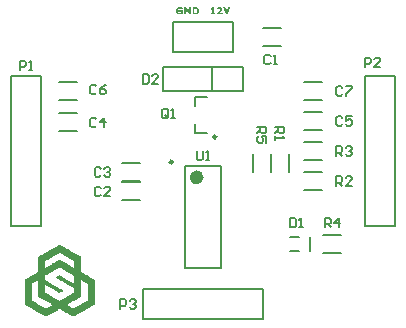
<source format=gto>
G04*
G04 #@! TF.GenerationSoftware,Altium Limited,Altium Designer,21.2.1 (34)*
G04*
G04 Layer_Color=65535*
%FSLAX25Y25*%
%MOIN*%
G70*
G04*
G04 #@! TF.SameCoordinates,9466BED1-F6BD-4CF9-8920-6B0B1F58636F*
G04*
G04*
G04 #@! TF.FilePolarity,Positive*
G04*
G01*
G75*
%ADD10C,0.00984*%
%ADD11C,0.02362*%
%ADD12C,0.00787*%
%ADD13C,0.00800*%
%ADD14C,0.00700*%
%ADD15C,0.00591*%
G36*
X-47688Y-81862D02*
X-47327D01*
Y-82043D01*
X-46967D01*
Y-82223D01*
X-46786D01*
Y-82403D01*
X-46426D01*
Y-82584D01*
X-46065D01*
Y-82764D01*
X-45704D01*
Y-82944D01*
X-45524D01*
Y-83125D01*
X-45164D01*
Y-83305D01*
X-44803D01*
Y-83485D01*
X-44442D01*
Y-83665D01*
X-44262D01*
Y-83846D01*
X-43902D01*
Y-84026D01*
X-43541D01*
Y-84206D01*
X-43361D01*
Y-84387D01*
X-43000D01*
Y-84567D01*
X-42639D01*
Y-84747D01*
X-42279D01*
Y-84927D01*
X-42099D01*
Y-85108D01*
X-41738D01*
Y-85288D01*
X-41377D01*
Y-85468D01*
X-41017D01*
Y-85649D01*
X-40836D01*
Y-85829D01*
X-40656D01*
Y-90877D01*
X-40295D01*
Y-91058D01*
X-40115D01*
Y-91238D01*
X-39755D01*
Y-91418D01*
X-39394D01*
Y-91598D01*
X-39214D01*
Y-91779D01*
X-38853D01*
Y-91959D01*
X-38493D01*
Y-92139D01*
X-38132D01*
Y-92320D01*
X-37952D01*
Y-92500D01*
X-37591D01*
Y-92680D01*
X-37231D01*
Y-92861D01*
X-36870D01*
Y-93041D01*
X-36690D01*
Y-93221D01*
X-36329D01*
Y-93401D01*
X-36149D01*
Y-101875D01*
X-36509D01*
Y-102056D01*
X-36870D01*
Y-102236D01*
X-37231D01*
Y-102416D01*
X-37411D01*
Y-102597D01*
X-37771D01*
Y-102777D01*
X-38132D01*
Y-102957D01*
X-38493D01*
Y-103138D01*
X-38673D01*
Y-103318D01*
X-39033D01*
Y-103498D01*
X-39394D01*
Y-103679D01*
X-39574D01*
Y-103859D01*
X-39935D01*
Y-104039D01*
X-40295D01*
Y-104219D01*
X-40656D01*
Y-104400D01*
X-40836D01*
Y-104580D01*
X-41197D01*
Y-104760D01*
X-41558D01*
Y-104941D01*
X-41918D01*
Y-105121D01*
X-42099D01*
Y-105301D01*
X-42459D01*
Y-105482D01*
X-42820D01*
Y-105662D01*
X-43180D01*
Y-105842D01*
X-43361D01*
Y-105662D01*
X-43721D01*
Y-105482D01*
X-43902D01*
Y-105301D01*
X-44262D01*
Y-105121D01*
X-44623D01*
Y-104941D01*
X-44803D01*
Y-104760D01*
X-45164D01*
Y-104580D01*
X-45524D01*
Y-104400D01*
X-45885D01*
Y-104219D01*
X-46065D01*
Y-104039D01*
X-46426D01*
Y-103859D01*
X-46786D01*
Y-103679D01*
X-47147D01*
Y-103498D01*
X-47327D01*
Y-103318D01*
X-47688D01*
Y-103138D01*
X-47868D01*
Y-103318D01*
X-48229D01*
Y-103498D01*
X-48409D01*
Y-103679D01*
X-48770D01*
Y-103859D01*
X-49130D01*
Y-104039D01*
X-49491D01*
Y-104219D01*
X-49671D01*
Y-104400D01*
X-50032D01*
Y-104580D01*
X-50392D01*
Y-104760D01*
X-50753D01*
Y-104941D01*
X-50933D01*
Y-105121D01*
X-51294D01*
Y-105301D01*
X-51654D01*
Y-105482D01*
X-52015D01*
Y-105662D01*
X-52195D01*
Y-105842D01*
X-52376D01*
Y-105662D01*
X-52736D01*
Y-105482D01*
X-53097D01*
Y-105301D01*
X-53457D01*
Y-105121D01*
X-53638D01*
Y-104941D01*
X-53998D01*
Y-104760D01*
X-54359D01*
Y-104580D01*
X-54719D01*
Y-104400D01*
X-54900D01*
Y-104219D01*
X-55260D01*
Y-104039D01*
X-55621D01*
Y-103859D01*
X-55981D01*
Y-103679D01*
X-56162D01*
Y-103498D01*
X-56522D01*
Y-103318D01*
X-56883D01*
Y-103138D01*
X-57063D01*
Y-102957D01*
X-57424D01*
Y-102777D01*
X-57784D01*
Y-102597D01*
X-58145D01*
Y-102416D01*
X-58325D01*
Y-102236D01*
X-58686D01*
Y-102056D01*
X-59047D01*
Y-101875D01*
X-59407D01*
Y-93401D01*
X-59227D01*
Y-93221D01*
X-58866D01*
Y-93041D01*
X-58686D01*
Y-92861D01*
X-58325D01*
Y-92680D01*
X-57965D01*
Y-92500D01*
X-57604D01*
Y-92320D01*
X-57424D01*
Y-92139D01*
X-57063D01*
Y-91959D01*
X-56703D01*
Y-91779D01*
X-56342D01*
Y-91598D01*
X-56162D01*
Y-91418D01*
X-55801D01*
Y-91238D01*
X-55441D01*
Y-91058D01*
X-55260D01*
Y-90877D01*
X-54900D01*
Y-85829D01*
X-54719D01*
Y-85649D01*
X-54359D01*
Y-85468D01*
X-54179D01*
Y-85288D01*
X-53818D01*
Y-85108D01*
X-53457D01*
Y-84927D01*
X-53277D01*
Y-84747D01*
X-52916D01*
Y-84567D01*
X-52556D01*
Y-84387D01*
X-52195D01*
Y-84206D01*
X-52015D01*
Y-84026D01*
X-51654D01*
Y-83846D01*
X-51294D01*
Y-83665D01*
X-50933D01*
Y-83485D01*
X-50753D01*
Y-83305D01*
X-50392D01*
Y-83125D01*
X-50032D01*
Y-82944D01*
X-49671D01*
Y-82764D01*
X-49491D01*
Y-82584D01*
X-49130D01*
Y-82403D01*
X-48770D01*
Y-82223D01*
X-48409D01*
Y-82043D01*
X-48229D01*
Y-81862D01*
X-47868D01*
Y-81682D01*
X-47688D01*
Y-81862D01*
D02*
G37*
G36*
X8249Y-5000D02*
X7572D01*
X6715Y-2647D01*
X7351D01*
X7919Y-4298D01*
X8487Y-2647D01*
X9109D01*
X8249Y-5000D01*
D02*
G37*
G36*
X5574Y-2606D02*
X5610Y-2609D01*
X5653Y-2614D01*
X5700Y-2619D01*
X5751Y-2625D01*
X5861Y-2650D01*
X5915Y-2663D01*
X5973Y-2682D01*
X6027Y-2701D01*
X6079Y-2729D01*
X6128Y-2756D01*
X6175Y-2789D01*
X6177Y-2791D01*
X6185Y-2797D01*
X6196Y-2808D01*
X6210Y-2824D01*
X6229Y-2843D01*
X6248Y-2865D01*
X6270Y-2892D01*
X6292Y-2925D01*
X6311Y-2961D01*
X6333Y-2999D01*
X6352Y-3043D01*
X6371Y-3089D01*
X6385Y-3141D01*
X6396Y-3196D01*
X6404Y-3253D01*
X6407Y-3316D01*
Y-3318D01*
Y-3326D01*
Y-3337D01*
X6404Y-3354D01*
Y-3373D01*
X6401Y-3395D01*
X6398Y-3422D01*
X6393Y-3452D01*
X6379Y-3515D01*
X6360Y-3589D01*
X6333Y-3662D01*
X6295Y-3739D01*
Y-3742D01*
X6289Y-3747D01*
X6284Y-3758D01*
X6273Y-3774D01*
X6262Y-3791D01*
X6248Y-3812D01*
X6229Y-3837D01*
X6210Y-3864D01*
X6161Y-3927D01*
X6104Y-3995D01*
X6071Y-4034D01*
X6035Y-4072D01*
X5994Y-4110D01*
X5954Y-4151D01*
X5951Y-4154D01*
X5948Y-4156D01*
X5940Y-4165D01*
X5929Y-4173D01*
X5902Y-4200D01*
X5863Y-4233D01*
X5820Y-4268D01*
X5771Y-4312D01*
X5719Y-4353D01*
X5664Y-4397D01*
X5661D01*
X5659Y-4402D01*
X5640Y-4413D01*
X5615Y-4432D01*
X5585Y-4457D01*
X5549Y-4481D01*
X5517Y-4506D01*
X5487Y-4530D01*
X5459Y-4549D01*
X6516D01*
Y-5000D01*
X4670D01*
Y-4612D01*
X4673Y-4610D01*
X4679Y-4604D01*
X4692Y-4596D01*
X4706Y-4585D01*
X4725Y-4571D01*
X4750Y-4555D01*
X4774Y-4536D01*
X4801Y-4514D01*
X4867Y-4465D01*
X4938Y-4410D01*
X5014Y-4350D01*
X5094Y-4287D01*
X5096Y-4285D01*
X5102Y-4279D01*
X5115Y-4271D01*
X5129Y-4257D01*
X5148Y-4244D01*
X5167Y-4227D01*
X5216Y-4186D01*
X5271Y-4140D01*
X5328Y-4088D01*
X5383Y-4039D01*
X5435Y-3990D01*
X5438Y-3987D01*
X5443Y-3982D01*
X5454Y-3971D01*
X5465Y-3960D01*
X5481Y-3943D01*
X5500Y-3924D01*
X5541Y-3881D01*
X5585Y-3829D01*
X5629Y-3774D01*
X5669Y-3720D01*
X5705Y-3668D01*
Y-3665D01*
X5708Y-3662D01*
X5713Y-3654D01*
X5719Y-3643D01*
X5732Y-3619D01*
X5746Y-3583D01*
X5762Y-3542D01*
X5773Y-3496D01*
X5784Y-3447D01*
X5787Y-3398D01*
Y-3395D01*
Y-3389D01*
Y-3381D01*
X5784Y-3370D01*
X5782Y-3343D01*
X5773Y-3305D01*
X5762Y-3266D01*
X5743Y-3226D01*
X5719Y-3185D01*
X5683Y-3149D01*
X5678Y-3146D01*
X5664Y-3135D01*
X5640Y-3122D01*
X5607Y-3103D01*
X5566Y-3086D01*
X5514Y-3073D01*
X5454Y-3062D01*
X5386Y-3059D01*
X5361D01*
X5331Y-3062D01*
X5293Y-3067D01*
X5246Y-3073D01*
X5195Y-3084D01*
X5140Y-3100D01*
X5080Y-3119D01*
X5077D01*
X5072Y-3122D01*
X5063Y-3125D01*
X5053Y-3130D01*
X5023Y-3144D01*
X4982Y-3160D01*
X4935Y-3182D01*
X4886Y-3209D01*
X4834Y-3239D01*
X4782Y-3272D01*
X4733D01*
Y-2750D01*
X4739Y-2748D01*
X4755Y-2742D01*
X4780Y-2731D01*
X4818Y-2720D01*
X4864Y-2704D01*
X4919Y-2688D01*
X4987Y-2671D01*
X5063Y-2652D01*
X5066D01*
X5074Y-2650D01*
X5085Y-2647D01*
X5102Y-2644D01*
X5121Y-2641D01*
X5145Y-2636D01*
X5170Y-2633D01*
X5200Y-2628D01*
X5266Y-2619D01*
X5339Y-2611D01*
X5418Y-2606D01*
X5500Y-2603D01*
X5544D01*
X5574Y-2606D01*
D02*
G37*
G36*
X3587Y-4591D02*
X4073D01*
Y-5000D01*
X2500D01*
Y-4591D01*
X2997D01*
Y-3346D01*
X2500D01*
Y-2961D01*
X2541D01*
X2568Y-2958D01*
X2601D01*
X2639Y-2955D01*
X2716Y-2950D01*
X2721D01*
X2735Y-2947D01*
X2754Y-2944D01*
X2778Y-2939D01*
X2806Y-2933D01*
X2833Y-2925D01*
X2863Y-2914D01*
X2890Y-2903D01*
X2893Y-2901D01*
X2904Y-2895D01*
X2918Y-2887D01*
X2937Y-2876D01*
X2956Y-2860D01*
X2978Y-2843D01*
X2997Y-2822D01*
X3013Y-2800D01*
X3016Y-2797D01*
X3021Y-2789D01*
X3027Y-2775D01*
X3035Y-2756D01*
X3043Y-2734D01*
X3052Y-2707D01*
X3060Y-2677D01*
X3062Y-2641D01*
X3587D01*
Y-4591D01*
D02*
G37*
G36*
X-7619Y-2557D02*
X-7591D01*
X-7561Y-2559D01*
X-7493Y-2565D01*
X-7419Y-2573D01*
X-7340Y-2584D01*
X-7261Y-2598D01*
X-7258D01*
X-7250Y-2600D01*
X-7239Y-2603D01*
X-7223Y-2606D01*
X-7204Y-2611D01*
X-7182Y-2617D01*
X-7154Y-2625D01*
X-7124Y-2633D01*
X-7089Y-2644D01*
X-7053Y-2655D01*
X-6974Y-2685D01*
X-6887Y-2720D01*
X-6791Y-2764D01*
Y-3313D01*
X-6860D01*
X-6862Y-3310D01*
X-6868Y-3307D01*
X-6879Y-3299D01*
X-6892Y-3288D01*
X-6911Y-3275D01*
X-6933Y-3261D01*
X-6961Y-3242D01*
X-6991Y-3220D01*
X-6993Y-3217D01*
X-7004Y-3209D01*
X-7021Y-3198D01*
X-7043Y-3185D01*
X-7067Y-3168D01*
X-7095Y-3152D01*
X-7154Y-3116D01*
X-7160Y-3114D01*
X-7171Y-3108D01*
X-7190Y-3100D01*
X-7217Y-3086D01*
X-7247Y-3073D01*
X-7286Y-3059D01*
X-7327Y-3045D01*
X-7370Y-3032D01*
X-7376Y-3029D01*
X-7392Y-3026D01*
X-7417Y-3021D01*
X-7447Y-3013D01*
X-7485Y-3004D01*
X-7531Y-2999D01*
X-7578Y-2996D01*
X-7630Y-2993D01*
X-7657D01*
X-7687Y-2996D01*
X-7725Y-2999D01*
X-7772Y-3004D01*
X-7821Y-3015D01*
X-7873Y-3026D01*
X-7922Y-3043D01*
X-7924D01*
X-7927Y-3045D01*
X-7943Y-3051D01*
X-7968Y-3062D01*
X-8001Y-3078D01*
X-8036Y-3097D01*
X-8074Y-3122D01*
X-8116Y-3152D01*
X-8156Y-3187D01*
X-8162Y-3193D01*
X-8173Y-3204D01*
X-8189Y-3226D01*
X-8214Y-3253D01*
X-8238Y-3288D01*
X-8263Y-3329D01*
X-8287Y-3378D01*
X-8312Y-3430D01*
Y-3433D01*
X-8315Y-3436D01*
X-8318Y-3444D01*
X-8320Y-3455D01*
X-8326Y-3469D01*
X-8331Y-3485D01*
X-8339Y-3526D01*
X-8350Y-3575D01*
X-8361Y-3632D01*
X-8367Y-3695D01*
X-8369Y-3763D01*
Y-3769D01*
Y-3780D01*
X-8367Y-3802D01*
Y-3826D01*
X-8364Y-3859D01*
X-8359Y-3897D01*
X-8353Y-3938D01*
X-8345Y-3984D01*
X-8334Y-4031D01*
X-8320Y-4080D01*
X-8304Y-4129D01*
X-8282Y-4181D01*
X-8260Y-4230D01*
X-8233Y-4277D01*
X-8200Y-4320D01*
X-8165Y-4361D01*
X-8162Y-4364D01*
X-8154Y-4369D01*
X-8143Y-4380D01*
X-8126Y-4394D01*
X-8105Y-4408D01*
X-8077Y-4427D01*
X-8047Y-4443D01*
X-8009Y-4462D01*
X-7971Y-4481D01*
X-7924Y-4500D01*
X-7875Y-4519D01*
X-7818Y-4533D01*
X-7761Y-4547D01*
X-7695Y-4558D01*
X-7627Y-4563D01*
X-7553Y-4566D01*
X-7463D01*
X-7452Y-4563D01*
X-7428D01*
X-7400Y-4561D01*
Y-4102D01*
X-7867D01*
Y-3657D01*
X-6783D01*
Y-4817D01*
X-6786D01*
X-6791Y-4820D01*
X-6800Y-4823D01*
X-6813Y-4828D01*
X-6827Y-4834D01*
X-6846Y-4839D01*
X-6871Y-4847D01*
X-6895Y-4855D01*
X-6922Y-4866D01*
X-6955Y-4874D01*
X-6991Y-4885D01*
X-7026Y-4896D01*
X-7067Y-4907D01*
X-7111Y-4918D01*
X-7204Y-4940D01*
X-7206D01*
X-7215Y-4943D01*
X-7228Y-4945D01*
X-7247Y-4948D01*
X-7272Y-4954D01*
X-7299Y-4959D01*
X-7332Y-4964D01*
X-7365Y-4970D01*
X-7403Y-4975D01*
X-7444Y-4981D01*
X-7531Y-4992D01*
X-7627Y-4997D01*
X-7722Y-5000D01*
X-7763D01*
X-7780Y-4997D01*
X-7821Y-4995D01*
X-7873Y-4989D01*
X-7930Y-4984D01*
X-7995Y-4973D01*
X-8064Y-4959D01*
X-8140Y-4943D01*
X-8217Y-4921D01*
X-8293Y-4893D01*
X-8372Y-4863D01*
X-8449Y-4825D01*
X-8525Y-4782D01*
X-8596Y-4733D01*
X-8662Y-4675D01*
X-8664Y-4672D01*
X-8675Y-4659D01*
X-8692Y-4642D01*
X-8713Y-4615D01*
X-8741Y-4582D01*
X-8768Y-4541D01*
X-8798Y-4495D01*
X-8831Y-4440D01*
X-8863Y-4380D01*
X-8894Y-4312D01*
X-8921Y-4238D01*
X-8948Y-4159D01*
X-8970Y-4072D01*
X-8986Y-3979D01*
X-8997Y-3878D01*
X-9000Y-3774D01*
Y-3771D01*
Y-3769D01*
Y-3761D01*
Y-3750D01*
X-8997Y-3722D01*
X-8995Y-3684D01*
X-8989Y-3638D01*
X-8981Y-3583D01*
X-8973Y-3523D01*
X-8956Y-3458D01*
X-8940Y-3389D01*
X-8915Y-3318D01*
X-8888Y-3245D01*
X-8855Y-3168D01*
X-8817Y-3097D01*
X-8771Y-3023D01*
X-8719Y-2955D01*
X-8659Y-2890D01*
X-8653Y-2887D01*
X-8642Y-2876D01*
X-8623Y-2860D01*
X-8596Y-2838D01*
X-8561Y-2811D01*
X-8517Y-2783D01*
X-8468Y-2753D01*
X-8410Y-2720D01*
X-8345Y-2690D01*
X-8274Y-2660D01*
X-8195Y-2630D01*
X-8110Y-2606D01*
X-8017Y-2584D01*
X-7919Y-2568D01*
X-7815Y-2557D01*
X-7703Y-2554D01*
X-7643D01*
X-7619Y-2557D01*
D02*
G37*
G36*
X-4102Y-4951D02*
X-4689D01*
X-5683Y-3337D01*
Y-4951D01*
X-6240D01*
Y-2598D01*
X-5517D01*
X-4659Y-3946D01*
Y-2598D01*
X-4102D01*
Y-4951D01*
D02*
G37*
G36*
X-2576Y-2600D02*
X-2516D01*
X-2481Y-2603D01*
X-2404Y-2609D01*
X-2320Y-2619D01*
X-2238Y-2630D01*
X-2156Y-2647D01*
X-2153D01*
X-2148Y-2650D01*
X-2137Y-2652D01*
X-2120Y-2655D01*
X-2104Y-2660D01*
X-2082Y-2666D01*
X-2033Y-2682D01*
X-1978Y-2701D01*
X-1918Y-2726D01*
X-1858Y-2753D01*
X-1804Y-2783D01*
X-1801Y-2786D01*
X-1793Y-2791D01*
X-1779Y-2800D01*
X-1763Y-2811D01*
X-1744Y-2827D01*
X-1719Y-2843D01*
X-1692Y-2865D01*
X-1664Y-2890D01*
X-1634Y-2917D01*
X-1604Y-2947D01*
X-1572Y-2980D01*
X-1539Y-3015D01*
X-1479Y-3094D01*
X-1421Y-3185D01*
X-1419Y-3187D01*
X-1416Y-3196D01*
X-1408Y-3209D01*
X-1400Y-3228D01*
X-1389Y-3253D01*
X-1378Y-3283D01*
X-1364Y-3316D01*
X-1350Y-3354D01*
X-1337Y-3395D01*
X-1323Y-3438D01*
X-1312Y-3488D01*
X-1301Y-3540D01*
X-1293Y-3597D01*
X-1285Y-3654D01*
X-1282Y-3714D01*
X-1280Y-3777D01*
Y-3780D01*
Y-3791D01*
Y-3810D01*
X-1282Y-3832D01*
X-1285Y-3862D01*
X-1288Y-3894D01*
X-1293Y-3933D01*
X-1299Y-3974D01*
X-1307Y-4020D01*
X-1315Y-4066D01*
X-1342Y-4165D01*
X-1359Y-4216D01*
X-1381Y-4266D01*
X-1402Y-4318D01*
X-1430Y-4367D01*
X-1432Y-4369D01*
X-1435Y-4378D01*
X-1446Y-4391D01*
X-1457Y-4410D01*
X-1471Y-4432D01*
X-1490Y-4457D01*
X-1509Y-4484D01*
X-1534Y-4514D01*
X-1588Y-4577D01*
X-1654Y-4645D01*
X-1727Y-4708D01*
X-1768Y-4738D01*
X-1809Y-4765D01*
X-1812D01*
X-1817Y-4771D01*
X-1826Y-4776D01*
X-1839Y-4782D01*
X-1856Y-4790D01*
X-1875Y-4801D01*
X-1897Y-4812D01*
X-1921Y-4823D01*
X-1978Y-4847D01*
X-2041Y-4869D01*
X-2112Y-4891D01*
X-2189Y-4910D01*
X-2191D01*
X-2197Y-4913D01*
X-2211D01*
X-2224Y-4915D01*
X-2246Y-4918D01*
X-2268Y-4924D01*
X-2295Y-4926D01*
X-2325Y-4929D01*
X-2361Y-4935D01*
X-2396Y-4937D01*
X-2437Y-4940D01*
X-2481Y-4945D01*
X-2574Y-4948D01*
X-2675Y-4951D01*
X-3502D01*
Y-2598D01*
X-2601D01*
X-2576Y-2600D01*
D02*
G37*
%LPC*%
G36*
X-47327Y-84567D02*
X-48048D01*
Y-84747D01*
X-48409D01*
Y-84927D01*
X-48770D01*
Y-85108D01*
X-48950D01*
Y-85288D01*
X-49310D01*
Y-85468D01*
X-49671D01*
Y-85649D01*
X-50032D01*
Y-85829D01*
X-50212D01*
Y-86009D01*
X-50573D01*
Y-86190D01*
X-50933D01*
Y-86370D01*
X-51294D01*
Y-86550D01*
X-51474D01*
Y-86730D01*
X-51835D01*
Y-86911D01*
X-52195D01*
Y-87091D01*
X-52376D01*
Y-87271D01*
X-52556D01*
Y-87452D01*
Y-87632D01*
Y-87812D01*
Y-87993D01*
Y-88173D01*
Y-88353D01*
Y-88533D01*
Y-88714D01*
Y-88894D01*
Y-89074D01*
Y-89255D01*
Y-89435D01*
X-52376D01*
Y-89255D01*
X-52015D01*
Y-89074D01*
X-51654D01*
Y-88894D01*
X-51474D01*
Y-88714D01*
X-51113D01*
Y-88533D01*
X-50753D01*
Y-88353D01*
X-50392D01*
Y-88173D01*
X-50212D01*
Y-87993D01*
X-49851D01*
Y-87812D01*
X-49491D01*
Y-87632D01*
X-49130D01*
Y-87452D01*
X-48950D01*
Y-87271D01*
X-48589D01*
Y-87091D01*
X-48229D01*
Y-86911D01*
X-48048D01*
Y-86730D01*
X-47508D01*
Y-86911D01*
X-47327D01*
Y-87091D01*
X-46967D01*
Y-87271D01*
X-46606D01*
Y-87452D01*
X-46245D01*
Y-87632D01*
X-46065D01*
Y-87812D01*
X-45704D01*
Y-87993D01*
X-45344D01*
Y-88173D01*
X-45164D01*
Y-88353D01*
X-44803D01*
Y-88533D01*
X-44442D01*
Y-88714D01*
X-44082D01*
Y-88894D01*
X-43902D01*
Y-89074D01*
X-43541D01*
Y-89255D01*
X-43180D01*
Y-89435D01*
X-43000D01*
Y-89255D01*
Y-89074D01*
Y-88894D01*
Y-88714D01*
Y-88533D01*
Y-88353D01*
Y-88173D01*
Y-87993D01*
Y-87812D01*
Y-87632D01*
Y-87452D01*
Y-87271D01*
Y-87091D01*
X-43361D01*
Y-86911D01*
X-43721D01*
Y-86730D01*
X-44082D01*
Y-86550D01*
X-44262D01*
Y-86370D01*
X-44623D01*
Y-86190D01*
X-44983D01*
Y-86009D01*
X-45164D01*
Y-85829D01*
X-45524D01*
Y-85649D01*
X-45885D01*
Y-85468D01*
X-46245D01*
Y-85288D01*
X-46426D01*
Y-85108D01*
X-46786D01*
Y-84927D01*
X-47147D01*
Y-84747D01*
X-47327D01*
Y-84567D01*
D02*
G37*
G36*
X-47508Y-89435D02*
X-48048D01*
Y-89615D01*
X-48409D01*
Y-89796D01*
X-48770D01*
Y-89976D01*
X-48950D01*
Y-90156D01*
X-49310D01*
Y-90336D01*
X-49671D01*
Y-90517D01*
X-50032D01*
Y-90697D01*
X-50212D01*
Y-90877D01*
X-50573D01*
Y-91058D01*
X-50933D01*
Y-91238D01*
X-51294D01*
Y-91418D01*
X-51474D01*
Y-91598D01*
X-51835D01*
Y-91779D01*
X-52195D01*
Y-91959D01*
X-52556D01*
Y-92139D01*
Y-92320D01*
Y-92500D01*
Y-92680D01*
Y-92861D01*
Y-93041D01*
Y-93221D01*
Y-93401D01*
Y-93582D01*
X-52376D01*
Y-93762D01*
X-52195D01*
Y-93942D01*
X-51835D01*
Y-94123D01*
X-51474D01*
Y-94303D01*
X-51294D01*
Y-94483D01*
X-50933D01*
Y-94664D01*
X-50573D01*
Y-94844D01*
X-50212D01*
Y-95024D01*
X-50032D01*
Y-95205D01*
X-49671D01*
Y-95385D01*
X-49310D01*
Y-95565D01*
X-48950D01*
Y-95745D01*
X-48770D01*
Y-95926D01*
X-48409D01*
Y-96106D01*
X-48048D01*
Y-96286D01*
X-47868D01*
Y-96467D01*
X-47508D01*
Y-96647D01*
X-47147D01*
Y-96827D01*
X-46786D01*
Y-97008D01*
X-46606D01*
Y-97188D01*
X-46786D01*
Y-97368D01*
X-47147D01*
Y-97548D01*
X-47508D01*
Y-97729D01*
X-48229D01*
Y-97548D01*
X-48589D01*
Y-97368D01*
X-48770D01*
Y-97188D01*
X-49130D01*
Y-97008D01*
X-49491D01*
Y-96827D01*
X-49671D01*
Y-96647D01*
X-50032D01*
Y-96467D01*
X-50392D01*
Y-96286D01*
X-50753D01*
Y-96106D01*
X-50933D01*
Y-95926D01*
X-51294D01*
Y-95745D01*
X-51654D01*
Y-95565D01*
X-51835D01*
Y-95385D01*
X-52195D01*
Y-95205D01*
X-52556D01*
Y-95385D01*
Y-95565D01*
Y-95745D01*
Y-95926D01*
Y-96106D01*
Y-96286D01*
Y-96467D01*
Y-96647D01*
Y-96827D01*
Y-97008D01*
Y-97188D01*
Y-97368D01*
Y-97548D01*
Y-97729D01*
X-52376D01*
Y-97909D01*
X-52015D01*
Y-98089D01*
X-51835D01*
Y-98270D01*
X-51474D01*
Y-98450D01*
X-51113D01*
Y-98630D01*
X-50933D01*
Y-98810D01*
X-50573D01*
Y-98991D01*
X-50212D01*
Y-99171D01*
X-49851D01*
Y-99351D01*
X-49671D01*
Y-99532D01*
X-49310D01*
Y-99712D01*
X-48950D01*
Y-99892D01*
X-48770D01*
Y-100073D01*
X-48409D01*
Y-100253D01*
X-48048D01*
Y-100433D01*
X-47688D01*
Y-100253D01*
X-47327D01*
Y-100073D01*
X-46967D01*
Y-99892D01*
X-46606D01*
Y-99712D01*
X-46426D01*
Y-99532D01*
X-46065D01*
Y-99351D01*
X-45704D01*
Y-99171D01*
X-45344D01*
Y-98991D01*
X-45164D01*
Y-98810D01*
X-44803D01*
Y-98630D01*
X-44442D01*
Y-98450D01*
X-44082D01*
Y-98270D01*
X-43902D01*
Y-98089D01*
X-43541D01*
Y-97909D01*
X-43180D01*
Y-97729D01*
X-43000D01*
Y-97548D01*
Y-97368D01*
Y-97188D01*
Y-97008D01*
Y-96827D01*
Y-96647D01*
Y-96467D01*
Y-96286D01*
X-43180D01*
Y-96106D01*
X-43361D01*
Y-95926D01*
X-43721D01*
Y-95745D01*
X-44082D01*
Y-95565D01*
X-44442D01*
Y-95385D01*
X-44623D01*
Y-95205D01*
X-44983D01*
Y-95024D01*
X-45344D01*
Y-94844D01*
X-45524D01*
Y-94664D01*
X-45885D01*
Y-94483D01*
X-46245D01*
Y-94303D01*
X-46606D01*
Y-94123D01*
X-46786D01*
Y-93942D01*
X-47147D01*
Y-93762D01*
X-47508D01*
Y-93582D01*
X-47868D01*
Y-93401D01*
X-48048D01*
Y-93221D01*
X-48409D01*
Y-93041D01*
X-48770D01*
Y-92861D01*
X-48950D01*
Y-92680D01*
Y-92500D01*
X-48589D01*
Y-92320D01*
X-48229D01*
Y-92139D01*
X-47868D01*
Y-91959D01*
X-47688D01*
Y-92139D01*
X-47327D01*
Y-92320D01*
X-47147D01*
Y-92500D01*
X-46786D01*
Y-92680D01*
X-46426D01*
Y-92861D01*
X-46065D01*
Y-93041D01*
X-45885D01*
Y-93221D01*
X-45524D01*
Y-93401D01*
X-45164D01*
Y-93582D01*
X-44983D01*
Y-93762D01*
X-44623D01*
Y-93942D01*
X-44262D01*
Y-94123D01*
X-43902D01*
Y-94303D01*
X-43721D01*
Y-94483D01*
X-43361D01*
Y-94664D01*
X-43000D01*
Y-94483D01*
Y-94303D01*
Y-94123D01*
Y-93942D01*
Y-93762D01*
Y-93582D01*
Y-93401D01*
Y-93221D01*
Y-93041D01*
Y-92861D01*
Y-92680D01*
Y-92500D01*
Y-92320D01*
Y-92139D01*
X-43180D01*
Y-91959D01*
X-43541D01*
Y-91779D01*
X-43721D01*
Y-91598D01*
X-44082D01*
Y-91418D01*
X-44442D01*
Y-91238D01*
X-44803D01*
Y-91058D01*
X-44983D01*
Y-90877D01*
X-45344D01*
Y-90697D01*
X-45704D01*
Y-90517D01*
X-45885D01*
Y-90336D01*
X-46245D01*
Y-90156D01*
X-46606D01*
Y-89976D01*
X-46967D01*
Y-89796D01*
X-47147D01*
Y-89615D01*
X-47508D01*
Y-89435D01*
D02*
G37*
G36*
X-40476Y-93582D02*
X-40656D01*
Y-93762D01*
Y-93942D01*
Y-94123D01*
Y-94303D01*
Y-94483D01*
Y-94664D01*
Y-94844D01*
Y-95024D01*
Y-95205D01*
Y-95385D01*
Y-95565D01*
Y-95745D01*
Y-95926D01*
Y-96106D01*
Y-96286D01*
Y-96467D01*
Y-96647D01*
Y-96827D01*
Y-97008D01*
Y-97188D01*
Y-97368D01*
Y-97548D01*
Y-97729D01*
Y-97909D01*
Y-98089D01*
Y-98270D01*
Y-98450D01*
Y-98630D01*
Y-98810D01*
Y-98991D01*
Y-99171D01*
X-41017D01*
Y-99351D01*
X-41197D01*
Y-99532D01*
X-41558D01*
Y-99712D01*
X-41918D01*
Y-99892D01*
X-42099D01*
Y-100073D01*
X-42459D01*
Y-100253D01*
X-42820D01*
Y-100433D01*
X-43180D01*
Y-100613D01*
X-43541D01*
Y-100794D01*
X-43721D01*
Y-100974D01*
X-44082D01*
Y-101154D01*
X-44442D01*
Y-101335D01*
X-44803D01*
Y-101515D01*
X-44983D01*
Y-101695D01*
X-45344D01*
Y-101875D01*
X-45164D01*
Y-102056D01*
X-44803D01*
Y-102236D01*
X-44442D01*
Y-102416D01*
X-44262D01*
Y-102597D01*
X-43902D01*
Y-102777D01*
X-43541D01*
Y-102957D01*
X-42820D01*
Y-102777D01*
X-42639D01*
Y-102597D01*
X-42279D01*
Y-102416D01*
X-41918D01*
Y-102236D01*
X-41558D01*
Y-102056D01*
X-41377D01*
Y-101875D01*
X-41017D01*
Y-101695D01*
X-40656D01*
Y-101515D01*
X-40295D01*
Y-101335D01*
X-40115D01*
Y-101154D01*
X-39755D01*
Y-100974D01*
X-39394D01*
Y-100794D01*
X-39033D01*
Y-100613D01*
X-38853D01*
Y-100433D01*
X-38493D01*
Y-100253D01*
Y-100073D01*
Y-99892D01*
Y-99712D01*
Y-99532D01*
Y-99351D01*
Y-99171D01*
Y-98991D01*
Y-98810D01*
Y-98630D01*
Y-98450D01*
Y-98270D01*
Y-98089D01*
Y-97909D01*
Y-97729D01*
Y-97548D01*
Y-97368D01*
Y-97188D01*
Y-97008D01*
Y-96827D01*
Y-96647D01*
Y-96467D01*
Y-96286D01*
Y-96106D01*
Y-95926D01*
Y-95745D01*
Y-95565D01*
Y-95385D01*
Y-95205D01*
Y-95024D01*
Y-94844D01*
X-38673D01*
Y-94664D01*
X-38853D01*
Y-94483D01*
X-39214D01*
Y-94303D01*
X-39574D01*
Y-94123D01*
X-39935D01*
Y-93942D01*
X-40115D01*
Y-93762D01*
X-40476D01*
Y-93582D01*
D02*
G37*
G36*
X-54900D02*
X-55080D01*
Y-93762D01*
X-55441D01*
Y-93942D01*
X-55801D01*
Y-94123D01*
X-55981D01*
Y-94303D01*
X-56342D01*
Y-94483D01*
X-56703D01*
Y-94664D01*
X-57063D01*
Y-94844D01*
Y-95024D01*
Y-95205D01*
Y-95385D01*
Y-95565D01*
Y-95745D01*
Y-95926D01*
Y-96106D01*
Y-96286D01*
Y-96467D01*
Y-96647D01*
Y-96827D01*
Y-97008D01*
Y-97188D01*
Y-97368D01*
Y-97548D01*
Y-97729D01*
Y-97909D01*
Y-98089D01*
Y-98270D01*
Y-98450D01*
Y-98630D01*
Y-98810D01*
Y-98991D01*
Y-99171D01*
Y-99351D01*
Y-99532D01*
Y-99712D01*
Y-99892D01*
Y-100073D01*
Y-100253D01*
Y-100433D01*
X-56703D01*
Y-100613D01*
X-56342D01*
Y-100794D01*
X-56162D01*
Y-100974D01*
X-55801D01*
Y-101154D01*
X-55441D01*
Y-101335D01*
X-55260D01*
Y-101515D01*
X-54900D01*
Y-101695D01*
X-54539D01*
Y-101875D01*
X-54179D01*
Y-102056D01*
X-53998D01*
Y-102236D01*
X-53638D01*
Y-102416D01*
X-53277D01*
Y-102597D01*
X-52916D01*
Y-102777D01*
X-52736D01*
Y-102957D01*
X-52015D01*
Y-102777D01*
X-51654D01*
Y-102597D01*
X-51474D01*
Y-102416D01*
X-51113D01*
Y-102236D01*
X-50753D01*
Y-102056D01*
X-50392D01*
Y-101875D01*
X-50212D01*
Y-101695D01*
X-50573D01*
Y-101515D01*
X-50753D01*
Y-101335D01*
X-51113D01*
Y-101154D01*
X-51474D01*
Y-100974D01*
X-51835D01*
Y-100794D01*
X-52015D01*
Y-100613D01*
X-52376D01*
Y-100433D01*
X-52736D01*
Y-100253D01*
X-53097D01*
Y-100073D01*
X-53277D01*
Y-99892D01*
X-53638D01*
Y-99712D01*
X-53998D01*
Y-99532D01*
X-54359D01*
Y-99351D01*
X-54539D01*
Y-99171D01*
X-54900D01*
Y-98991D01*
Y-98810D01*
Y-98630D01*
Y-98450D01*
Y-98270D01*
Y-98089D01*
Y-97909D01*
Y-97729D01*
Y-97548D01*
Y-97368D01*
Y-97188D01*
Y-97008D01*
Y-96827D01*
Y-96647D01*
Y-96467D01*
Y-96286D01*
Y-96106D01*
Y-95926D01*
Y-95745D01*
Y-95565D01*
Y-95385D01*
Y-95205D01*
Y-95024D01*
Y-94844D01*
Y-94664D01*
Y-94483D01*
Y-94303D01*
Y-94123D01*
Y-93942D01*
Y-93762D01*
Y-93582D01*
D02*
G37*
G36*
X-2677Y-3037D02*
X-2896D01*
Y-4506D01*
X-2672D01*
X-2626Y-4503D01*
X-2574Y-4500D01*
X-2522Y-4498D01*
X-2473Y-4492D01*
X-2429Y-4487D01*
X-2423D01*
X-2413Y-4484D01*
X-2391Y-4479D01*
X-2366Y-4470D01*
X-2336Y-4462D01*
X-2303Y-4448D01*
X-2268Y-4435D01*
X-2232Y-4416D01*
X-2230D01*
X-2224Y-4410D01*
X-2216Y-4405D01*
X-2205Y-4399D01*
X-2175Y-4378D01*
X-2139Y-4347D01*
X-2099Y-4312D01*
X-2060Y-4268D01*
X-2022Y-4219D01*
X-1989Y-4162D01*
Y-4159D01*
X-1987Y-4154D01*
X-1981Y-4146D01*
X-1976Y-4135D01*
X-1970Y-4118D01*
X-1965Y-4099D01*
X-1957Y-4077D01*
X-1948Y-4053D01*
X-1935Y-3998D01*
X-1921Y-3930D01*
X-1913Y-3856D01*
X-1910Y-3771D01*
Y-3769D01*
Y-3761D01*
Y-3750D01*
Y-3733D01*
X-1913Y-3711D01*
X-1916Y-3690D01*
X-1918Y-3662D01*
X-1921Y-3635D01*
X-1932Y-3572D01*
X-1946Y-3507D01*
X-1967Y-3438D01*
X-1995Y-3376D01*
Y-3373D01*
X-1998Y-3368D01*
X-2003Y-3359D01*
X-2011Y-3348D01*
X-2030Y-3318D01*
X-2060Y-3280D01*
X-2099Y-3239D01*
X-2142Y-3196D01*
X-2200Y-3154D01*
X-2262Y-3116D01*
X-2265Y-3114D01*
X-2279Y-3108D01*
X-2298Y-3103D01*
X-2320Y-3092D01*
X-2350Y-3084D01*
X-2382Y-3073D01*
X-2454Y-3056D01*
X-2459D01*
X-2473Y-3053D01*
X-2494Y-3051D01*
X-2524Y-3045D01*
X-2565Y-3043D01*
X-2617Y-3040D01*
X-2677Y-3037D01*
D02*
G37*
%LPD*%
D10*
X4429Y-45783D02*
G03*
X4429Y-45783I-492J0D01*
G01*
X-10138Y-54154D02*
G03*
X-10138Y-54154I-492J0D01*
G01*
D11*
X-984Y-59311D02*
G03*
X-984Y-59311I-1181J0D01*
G01*
D12*
X54055Y-25500D02*
X64055D01*
Y-75500D02*
Y-25500D01*
X54055Y-75500D02*
Y-25500D01*
Y-75500D02*
X64055D01*
X-64055Y-25500D02*
X-54055D01*
Y-75500D02*
Y-25500D01*
X-64055Y-75500D02*
Y-25500D01*
Y-75500D02*
X-54055D01*
X-2756Y-44405D02*
X1181D01*
X-2756D02*
Y-41650D01*
Y-32594D02*
X1181D01*
X-2756Y-35350D02*
Y-32594D01*
X-6102Y-89626D02*
Y-55374D01*
X6102Y-89626D02*
Y-55374D01*
X-6102D02*
X6102D01*
X-6102Y-89626D02*
X6102D01*
X20000Y-106500D02*
Y-96500D01*
X-20000Y-106500D02*
X20000D01*
X-20000Y-96500D02*
X20000D01*
X-20000Y-106500D02*
Y-96500D01*
X35710Y-83864D02*
Y-79140D01*
X28925Y-83862D02*
X32075D01*
X28925Y-79138D02*
X32075D01*
X-10000Y-17500D02*
X10000D01*
Y-7500D01*
X-10000D02*
X10000D01*
X-10000Y-17500D02*
Y-7500D01*
D13*
X-47898Y-27500D02*
X-41898D01*
X-47898Y-33500D02*
X-41898D01*
X-47898Y-38000D02*
X-41898D01*
X-47898Y-44000D02*
X-41898D01*
X40000Y-78500D02*
X46000D01*
X40000Y-84500D02*
X46000D01*
X28500Y-57500D02*
Y-51500D01*
X22500Y-57500D02*
Y-51500D01*
X33602Y-57500D02*
X39602D01*
X33602Y-63500D02*
X39602D01*
X33602Y-47500D02*
X39602D01*
X33602Y-53500D02*
X39602D01*
X33602Y-37500D02*
X39602D01*
X33602Y-43500D02*
X39602D01*
X33602Y-27500D02*
X39602D01*
X33602Y-33500D02*
X39602D01*
X20000Y-15500D02*
X26000D01*
X20000Y-9500D02*
X26000D01*
X22500Y-57500D02*
Y-51500D01*
X16500Y-57500D02*
Y-51500D01*
X-26898Y-54500D02*
X-20898D01*
X-26898Y-60500D02*
X-20898D01*
X-26898Y-61000D02*
X-20898D01*
X-26898Y-67000D02*
X-20898D01*
D14*
X2900Y-30400D02*
Y-22800D01*
X-13200Y-22600D02*
X13400D01*
X-13200Y-30500D02*
X13400D01*
Y-22600D01*
X-13200Y-30500D02*
Y-22600D01*
D15*
X22500Y-18950D02*
X21975Y-18426D01*
X20926D01*
X20401Y-18950D01*
Y-21049D01*
X20926Y-21574D01*
X21975D01*
X22500Y-21049D01*
X23550Y-21574D02*
X24599D01*
X24074D01*
Y-18426D01*
X23550Y-18950D01*
X-34025Y-62950D02*
X-34549Y-62426D01*
X-35599D01*
X-36124Y-62950D01*
Y-65049D01*
X-35599Y-65574D01*
X-34549D01*
X-34025Y-65049D01*
X-30876Y-65574D02*
X-32975D01*
X-30876Y-63475D01*
Y-62950D01*
X-31401Y-62426D01*
X-32451D01*
X-32975Y-62950D01*
X-34025Y-56450D02*
X-34549Y-55926D01*
X-35599D01*
X-36124Y-56450D01*
Y-58549D01*
X-35599Y-59074D01*
X-34549D01*
X-34025Y-58549D01*
X-32975Y-56450D02*
X-32451Y-55926D01*
X-31401D01*
X-30876Y-56450D01*
Y-56975D01*
X-31401Y-57500D01*
X-31926D01*
X-31401D01*
X-30876Y-58025D01*
Y-58549D01*
X-31401Y-59074D01*
X-32451D01*
X-32975Y-58549D01*
X-35525Y-39950D02*
X-36050Y-39426D01*
X-37099D01*
X-37624Y-39950D01*
Y-42050D01*
X-37099Y-42574D01*
X-36050D01*
X-35525Y-42050D01*
X-32901Y-42574D02*
Y-39426D01*
X-34475Y-41000D01*
X-32376D01*
X46475Y-39450D02*
X45950Y-38926D01*
X44901D01*
X44376Y-39450D01*
Y-41550D01*
X44901Y-42074D01*
X45950D01*
X46475Y-41550D01*
X49624Y-38926D02*
X47525D01*
Y-40500D01*
X48574Y-39975D01*
X49099D01*
X49624Y-40500D01*
Y-41550D01*
X49099Y-42074D01*
X48050D01*
X47525Y-41550D01*
X-35525Y-28951D02*
X-36050Y-28426D01*
X-37099D01*
X-37624Y-28951D01*
Y-31049D01*
X-37099Y-31574D01*
X-36050D01*
X-35525Y-31049D01*
X-32376Y-28426D02*
X-33426Y-28951D01*
X-34475Y-30000D01*
Y-31049D01*
X-33950Y-31574D01*
X-32901D01*
X-32376Y-31049D01*
Y-30525D01*
X-32901Y-30000D01*
X-34475D01*
X46475Y-29451D02*
X45950Y-28926D01*
X44901D01*
X44376Y-29451D01*
Y-31550D01*
X44901Y-32074D01*
X45950D01*
X46475Y-31550D01*
X47525Y-28926D02*
X49624D01*
Y-29451D01*
X47525Y-31550D01*
Y-32074D01*
X29000Y-72851D02*
Y-76000D01*
X30574D01*
X31099Y-75475D01*
Y-73376D01*
X30574Y-72851D01*
X29000D01*
X32149Y-76000D02*
X33198D01*
X32673D01*
Y-72851D01*
X32149Y-73376D01*
X-20124Y-24926D02*
Y-28074D01*
X-18550D01*
X-18025Y-27549D01*
Y-25451D01*
X-18550Y-24926D01*
X-20124D01*
X-14876Y-28074D02*
X-16975D01*
X-14876Y-25975D01*
Y-25451D01*
X-15401Y-24926D01*
X-16451D01*
X-16975Y-25451D01*
X-61099Y-23574D02*
Y-20426D01*
X-59525D01*
X-59000Y-20951D01*
Y-22000D01*
X-59525Y-22525D01*
X-61099D01*
X-57951Y-23574D02*
X-56901D01*
X-57426D01*
Y-20426D01*
X-57951Y-20951D01*
X53902Y-22500D02*
Y-19351D01*
X55477D01*
X56001Y-19876D01*
Y-20926D01*
X55477Y-21451D01*
X53902D01*
X59150Y-22500D02*
X57051D01*
X59150Y-20401D01*
Y-19876D01*
X58625Y-19351D01*
X57576D01*
X57051Y-19876D01*
X-27624Y-103074D02*
Y-99926D01*
X-26050D01*
X-25525Y-100451D01*
Y-101500D01*
X-26050Y-102025D01*
X-27624D01*
X-24475Y-100451D02*
X-23950Y-99926D01*
X-22901D01*
X-22376Y-100451D01*
Y-100975D01*
X-22901Y-101500D01*
X-23426D01*
X-22901D01*
X-22376Y-102025D01*
Y-102550D01*
X-22901Y-103074D01*
X-23950D01*
X-24475Y-102550D01*
X-11602Y-39050D02*
Y-36950D01*
X-12127Y-36426D01*
X-13177D01*
X-13701Y-36950D01*
Y-39050D01*
X-13177Y-39574D01*
X-12127D01*
X-12652Y-38525D02*
X-11602Y-39574D01*
X-12127D02*
X-11602Y-39050D01*
X-10553Y-39574D02*
X-9503D01*
X-10028D01*
Y-36426D01*
X-10553Y-36950D01*
X24000Y-42500D02*
X27149D01*
Y-44074D01*
X26624Y-44599D01*
X25574D01*
X25049Y-44074D01*
Y-42500D01*
Y-43549D02*
X24000Y-44599D01*
Y-45649D02*
Y-46698D01*
Y-46173D01*
X27149D01*
X26624Y-45649D01*
X44376Y-62074D02*
Y-58926D01*
X45950D01*
X46475Y-59451D01*
Y-60500D01*
X45950Y-61025D01*
X44376D01*
X45426D02*
X46475Y-62074D01*
X49624D02*
X47525D01*
X49624Y-59975D01*
Y-59451D01*
X49099Y-58926D01*
X48050D01*
X47525Y-59451D01*
X44376Y-52074D02*
Y-48926D01*
X45950D01*
X46475Y-49450D01*
Y-50500D01*
X45950Y-51025D01*
X44376D01*
X45426D02*
X46475Y-52074D01*
X47525Y-49450D02*
X48050Y-48926D01*
X49099D01*
X49624Y-49450D01*
Y-49975D01*
X49099Y-50500D01*
X48574D01*
X49099D01*
X49624Y-51025D01*
Y-51550D01*
X49099Y-52074D01*
X48050D01*
X47525Y-51550D01*
X40500Y-76000D02*
Y-72851D01*
X42074D01*
X42599Y-73376D01*
Y-74426D01*
X42074Y-74950D01*
X40500D01*
X41550D02*
X42599Y-76000D01*
X45223D02*
Y-72851D01*
X43649Y-74426D01*
X45748D01*
X18000Y-42500D02*
X21149D01*
Y-44074D01*
X20624Y-44599D01*
X19574D01*
X19049Y-44074D01*
Y-42500D01*
Y-43549D02*
X18000Y-44599D01*
X21149Y-47748D02*
Y-45649D01*
X19574D01*
X20099Y-46698D01*
Y-47223D01*
X19574Y-47748D01*
X18525D01*
X18000Y-47223D01*
Y-46173D01*
X18525Y-45649D01*
X-2099Y-50426D02*
Y-53049D01*
X-1574Y-53574D01*
X-525D01*
X0Y-53049D01*
Y-50426D01*
X1049Y-53574D02*
X2099D01*
X1574D01*
Y-50426D01*
X1049Y-50950D01*
M02*

</source>
